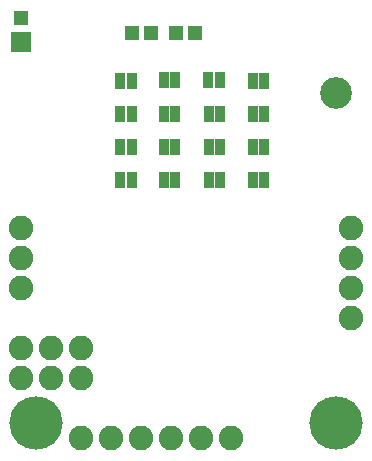
<source format=gbs>
G04 ---------------------------- Layer name :BOTTOM SOLDER LAYER*
G04 EasyEDA v5.5.15, Tue, 26 Jun 2018 10:07:45 GMT*
G04 6b00658ecf034e76a6cd097d3bdf46c6*
G04 Gerber Generator version 0.2*
G04 Scale: 100 percent, Rotated: No, Reflected: No *
G04 Dimensions in inches *
G04 leading zeros omitted , absolute positions ,2 integer and 4 decimal *
%FSLAX24Y24*%
%MOIN*%
G90*
G70D02*

%ADD29R,0.047370X0.051307*%
%ADD30R,0.048000X0.048000*%
%ADD39R,0.033000X0.058000*%
%ADD40C,0.082000*%
%ADD41R,0.070000X0.070000*%
%ADD42C,0.106000*%
%ADD43C,0.178000*%

%LPD*%
G54D29*
G01X4206Y14000D03*
G01X4835Y14000D03*
G01X5656Y14000D03*
G01X6285Y14000D03*
G54D39*
G01X8219Y12400D03*
G01X8600Y12400D03*
G01X8219Y11300D03*
G01X8600Y11300D03*
G01X8219Y10200D03*
G01X8600Y10200D03*
G01X8219Y9100D03*
G01X8600Y9100D03*
G01X7113Y12417D03*
G01X6732Y12417D03*
G01X7130Y11300D03*
G01X6750Y11300D03*
G01X7130Y10200D03*
G01X6750Y10200D03*
G01X7130Y9100D03*
G01X6750Y9100D03*
G01X5630Y11300D03*
G01X5250Y11300D03*
G01X5630Y10200D03*
G01X5250Y10200D03*
G01X5630Y9100D03*
G01X5250Y9100D03*
G01X4180Y12400D03*
G01X3800Y12400D03*
G01X4180Y11300D03*
G01X3800Y11300D03*
G01X4180Y10200D03*
G01X3800Y10200D03*
G01X4180Y9100D03*
G01X3800Y9100D03*
G01X5644Y12417D03*
G01X5265Y12417D03*
G54D40*
G01X11500Y6500D03*
G01X11500Y5500D03*
G01X11500Y4500D03*
G01X500Y6500D03*
G01X3500Y500D03*
G01X4500Y500D03*
G01X5500Y500D03*
G01X6500Y500D03*
G01X7500Y500D03*
G01X1500Y2500D03*
G01X2500Y2500D03*
G01X500Y3500D03*
G01X1500Y3500D03*
G01X2500Y3500D03*
G01X11500Y7500D03*
G01X500Y2500D03*
G01X500Y5500D03*
G54D41*
G01X500Y13700D03*
G54D40*
G01X500Y7500D03*
G01X2500Y500D03*
G54D30*
G01X500Y14500D03*
G54D42*
G01X11000Y12000D03*
G54D43*
G01X11000Y1000D03*
G01X1000Y1000D03*
M00*
M02*

</source>
